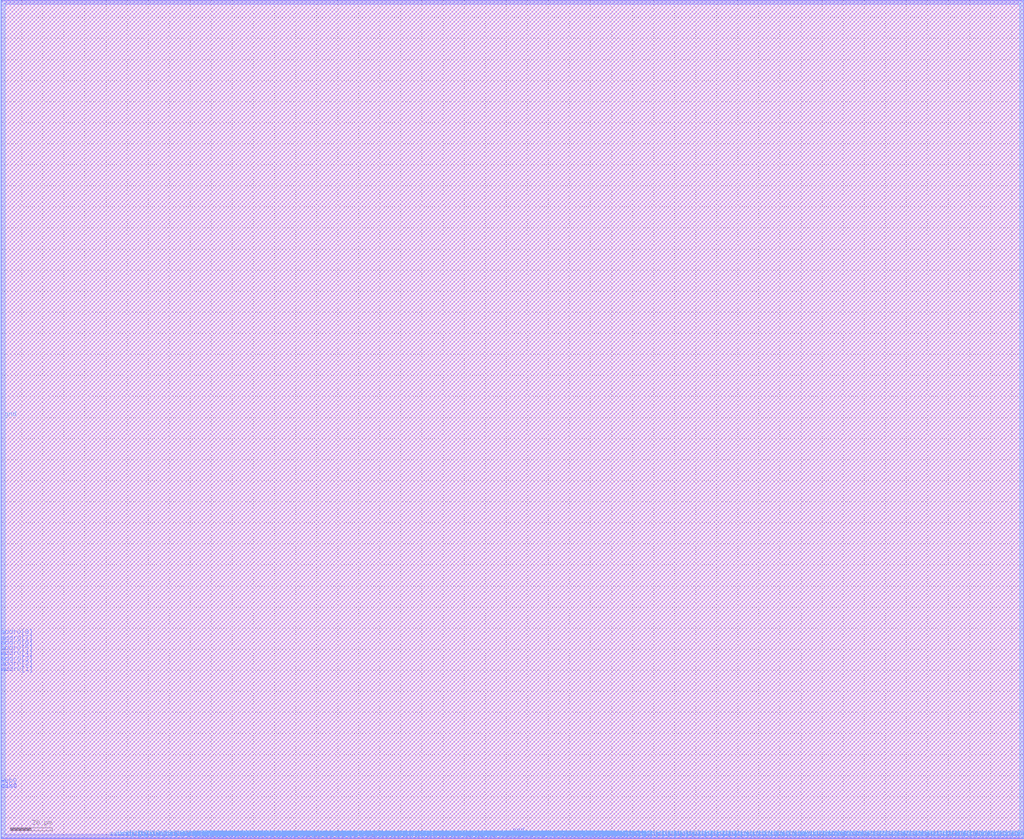
<source format=lef>
VERSION 5.4 ;
NAMESCASESENSITIVE ON ;
BUSBITCHARS "[]" ;
DIVIDERCHAR "/" ;
UNITS
  DATABASE MICRONS 2000 ;
END UNITS
MACRO sram_150b_512_1rw_freepdk45
   CLASS BLOCK ;
   SIZE 485.975 BY 398.375 ;
   SYMMETRY X Y R90 ;
   PIN din0[0]
      DIRECTION INPUT ;
      PORT
         LAYER metal4 ;
         RECT  54.1075 0.0 54.2475 0.14 ;
      END
   END din0[0]
   PIN din0[1]
      DIRECTION INPUT ;
      PORT
         LAYER metal4 ;
         RECT  56.9675 0.0 57.1075 0.14 ;
      END
   END din0[1]
   PIN din0[2]
      DIRECTION INPUT ;
      PORT
         LAYER metal4 ;
         RECT  59.8275 0.0 59.9675 0.14 ;
      END
   END din0[2]
   PIN din0[3]
      DIRECTION INPUT ;
      PORT
         LAYER metal4 ;
         RECT  62.6875 0.0 62.8275 0.14 ;
      END
   END din0[3]
   PIN din0[4]
      DIRECTION INPUT ;
      PORT
         LAYER metal4 ;
         RECT  65.5475 0.0 65.6875 0.14 ;
      END
   END din0[4]
   PIN din0[5]
      DIRECTION INPUT ;
      PORT
         LAYER metal4 ;
         RECT  68.4075 0.0 68.5475 0.14 ;
      END
   END din0[5]
   PIN din0[6]
      DIRECTION INPUT ;
      PORT
         LAYER metal4 ;
         RECT  71.2675 0.0 71.4075 0.14 ;
      END
   END din0[6]
   PIN din0[7]
      DIRECTION INPUT ;
      PORT
         LAYER metal4 ;
         RECT  74.1275 0.0 74.2675 0.14 ;
      END
   END din0[7]
   PIN din0[8]
      DIRECTION INPUT ;
      PORT
         LAYER metal4 ;
         RECT  76.9875 0.0 77.1275 0.14 ;
      END
   END din0[8]
   PIN din0[9]
      DIRECTION INPUT ;
      PORT
         LAYER metal4 ;
         RECT  79.8475 0.0 79.9875 0.14 ;
      END
   END din0[9]
   PIN din0[10]
      DIRECTION INPUT ;
      PORT
         LAYER metal4 ;
         RECT  82.7075 0.0 82.8475 0.14 ;
      END
   END din0[10]
   PIN din0[11]
      DIRECTION INPUT ;
      PORT
         LAYER metal4 ;
         RECT  85.5675 0.0 85.7075 0.14 ;
      END
   END din0[11]
   PIN din0[12]
      DIRECTION INPUT ;
      PORT
         LAYER metal4 ;
         RECT  88.4275 0.0 88.5675 0.14 ;
      END
   END din0[12]
   PIN din0[13]
      DIRECTION INPUT ;
      PORT
         LAYER metal4 ;
         RECT  91.2875 0.0 91.4275 0.14 ;
      END
   END din0[13]
   PIN din0[14]
      DIRECTION INPUT ;
      PORT
         LAYER metal4 ;
         RECT  94.1475 0.0 94.2875 0.14 ;
      END
   END din0[14]
   PIN din0[15]
      DIRECTION INPUT ;
      PORT
         LAYER metal4 ;
         RECT  97.0075 0.0 97.1475 0.14 ;
      END
   END din0[15]
   PIN din0[16]
      DIRECTION INPUT ;
      PORT
         LAYER metal4 ;
         RECT  99.8675 0.0 100.0075 0.14 ;
      END
   END din0[16]
   PIN din0[17]
      DIRECTION INPUT ;
      PORT
         LAYER metal4 ;
         RECT  102.7275 0.0 102.8675 0.14 ;
      END
   END din0[17]
   PIN din0[18]
      DIRECTION INPUT ;
      PORT
         LAYER metal4 ;
         RECT  105.5875 0.0 105.7275 0.14 ;
      END
   END din0[18]
   PIN din0[19]
      DIRECTION INPUT ;
      PORT
         LAYER metal4 ;
         RECT  108.4475 0.0 108.5875 0.14 ;
      END
   END din0[19]
   PIN din0[20]
      DIRECTION INPUT ;
      PORT
         LAYER metal4 ;
         RECT  111.3075 0.0 111.4475 0.14 ;
      END
   END din0[20]
   PIN din0[21]
      DIRECTION INPUT ;
      PORT
         LAYER metal4 ;
         RECT  114.1675 0.0 114.3075 0.14 ;
      END
   END din0[21]
   PIN din0[22]
      DIRECTION INPUT ;
      PORT
         LAYER metal4 ;
         RECT  117.0275 0.0 117.1675 0.14 ;
      END
   END din0[22]
   PIN din0[23]
      DIRECTION INPUT ;
      PORT
         LAYER metal4 ;
         RECT  119.8875 0.0 120.0275 0.14 ;
      END
   END din0[23]
   PIN din0[24]
      DIRECTION INPUT ;
      PORT
         LAYER metal4 ;
         RECT  122.7475 0.0 122.8875 0.14 ;
      END
   END din0[24]
   PIN din0[25]
      DIRECTION INPUT ;
      PORT
         LAYER metal4 ;
         RECT  125.6075 0.0 125.7475 0.14 ;
      END
   END din0[25]
   PIN din0[26]
      DIRECTION INPUT ;
      PORT
         LAYER metal4 ;
         RECT  128.4675 0.0 128.6075 0.14 ;
      END
   END din0[26]
   PIN din0[27]
      DIRECTION INPUT ;
      PORT
         LAYER metal4 ;
         RECT  131.3275 0.0 131.4675 0.14 ;
      END
   END din0[27]
   PIN din0[28]
      DIRECTION INPUT ;
      PORT
         LAYER metal4 ;
         RECT  134.1875 0.0 134.3275 0.14 ;
      END
   END din0[28]
   PIN din0[29]
      DIRECTION INPUT ;
      PORT
         LAYER metal4 ;
         RECT  137.0475 0.0 137.1875 0.14 ;
      END
   END din0[29]
   PIN din0[30]
      DIRECTION INPUT ;
      PORT
         LAYER metal4 ;
         RECT  139.9075 0.0 140.0475 0.14 ;
      END
   END din0[30]
   PIN din0[31]
      DIRECTION INPUT ;
      PORT
         LAYER metal4 ;
         RECT  142.7675 0.0 142.9075 0.14 ;
      END
   END din0[31]
   PIN din0[32]
      DIRECTION INPUT ;
      PORT
         LAYER metal4 ;
         RECT  145.6275 0.0 145.7675 0.14 ;
      END
   END din0[32]
   PIN din0[33]
      DIRECTION INPUT ;
      PORT
         LAYER metal4 ;
         RECT  148.4875 0.0 148.6275 0.14 ;
      END
   END din0[33]
   PIN din0[34]
      DIRECTION INPUT ;
      PORT
         LAYER metal4 ;
         RECT  151.3475 0.0 151.4875 0.14 ;
      END
   END din0[34]
   PIN din0[35]
      DIRECTION INPUT ;
      PORT
         LAYER metal4 ;
         RECT  154.2075 0.0 154.3475 0.14 ;
      END
   END din0[35]
   PIN din0[36]
      DIRECTION INPUT ;
      PORT
         LAYER metal4 ;
         RECT  157.0675 0.0 157.2075 0.14 ;
      END
   END din0[36]
   PIN din0[37]
      DIRECTION INPUT ;
      PORT
         LAYER metal4 ;
         RECT  159.9275 0.0 160.0675 0.14 ;
      END
   END din0[37]
   PIN din0[38]
      DIRECTION INPUT ;
      PORT
         LAYER metal4 ;
         RECT  162.7875 0.0 162.9275 0.14 ;
      END
   END din0[38]
   PIN din0[39]
      DIRECTION INPUT ;
      PORT
         LAYER metal4 ;
         RECT  165.6475 0.0 165.7875 0.14 ;
      END
   END din0[39]
   PIN din0[40]
      DIRECTION INPUT ;
      PORT
         LAYER metal4 ;
         RECT  168.5075 0.0 168.6475 0.14 ;
      END
   END din0[40]
   PIN din0[41]
      DIRECTION INPUT ;
      PORT
         LAYER metal4 ;
         RECT  171.3675 0.0 171.5075 0.14 ;
      END
   END din0[41]
   PIN din0[42]
      DIRECTION INPUT ;
      PORT
         LAYER metal4 ;
         RECT  174.2275 0.0 174.3675 0.14 ;
      END
   END din0[42]
   PIN din0[43]
      DIRECTION INPUT ;
      PORT
         LAYER metal4 ;
         RECT  177.0875 0.0 177.2275 0.14 ;
      END
   END din0[43]
   PIN din0[44]
      DIRECTION INPUT ;
      PORT
         LAYER metal4 ;
         RECT  179.9475 0.0 180.0875 0.14 ;
      END
   END din0[44]
   PIN din0[45]
      DIRECTION INPUT ;
      PORT
         LAYER metal4 ;
         RECT  182.8075 0.0 182.9475 0.14 ;
      END
   END din0[45]
   PIN din0[46]
      DIRECTION INPUT ;
      PORT
         LAYER metal4 ;
         RECT  185.6675 0.0 185.8075 0.14 ;
      END
   END din0[46]
   PIN din0[47]
      DIRECTION INPUT ;
      PORT
         LAYER metal4 ;
         RECT  188.5275 0.0 188.6675 0.14 ;
      END
   END din0[47]
   PIN din0[48]
      DIRECTION INPUT ;
      PORT
         LAYER metal4 ;
         RECT  191.3875 0.0 191.5275 0.14 ;
      END
   END din0[48]
   PIN din0[49]
      DIRECTION INPUT ;
      PORT
         LAYER metal4 ;
         RECT  194.2475 0.0 194.3875 0.14 ;
      END
   END din0[49]
   PIN din0[50]
      DIRECTION INPUT ;
      PORT
         LAYER metal4 ;
         RECT  197.1075 0.0 197.2475 0.14 ;
      END
   END din0[50]
   PIN din0[51]
      DIRECTION INPUT ;
      PORT
         LAYER metal4 ;
         RECT  199.9675 0.0 200.1075 0.14 ;
      END
   END din0[51]
   PIN din0[52]
      DIRECTION INPUT ;
      PORT
         LAYER metal4 ;
         RECT  202.8275 0.0 202.9675 0.14 ;
      END
   END din0[52]
   PIN din0[53]
      DIRECTION INPUT ;
      PORT
         LAYER metal4 ;
         RECT  205.6875 0.0 205.8275 0.14 ;
      END
   END din0[53]
   PIN din0[54]
      DIRECTION INPUT ;
      PORT
         LAYER metal4 ;
         RECT  208.5475 0.0 208.6875 0.14 ;
      END
   END din0[54]
   PIN din0[55]
      DIRECTION INPUT ;
      PORT
         LAYER metal4 ;
         RECT  211.4075 0.0 211.5475 0.14 ;
      END
   END din0[55]
   PIN din0[56]
      DIRECTION INPUT ;
      PORT
         LAYER metal4 ;
         RECT  214.2675 0.0 214.4075 0.14 ;
      END
   END din0[56]
   PIN din0[57]
      DIRECTION INPUT ;
      PORT
         LAYER metal4 ;
         RECT  217.1275 0.0 217.2675 0.14 ;
      END
   END din0[57]
   PIN din0[58]
      DIRECTION INPUT ;
      PORT
         LAYER metal4 ;
         RECT  219.9875 0.0 220.1275 0.14 ;
      END
   END din0[58]
   PIN din0[59]
      DIRECTION INPUT ;
      PORT
         LAYER metal4 ;
         RECT  222.8475 0.0 222.9875 0.14 ;
      END
   END din0[59]
   PIN din0[60]
      DIRECTION INPUT ;
      PORT
         LAYER metal4 ;
         RECT  225.7075 0.0 225.8475 0.14 ;
      END
   END din0[60]
   PIN din0[61]
      DIRECTION INPUT ;
      PORT
         LAYER metal4 ;
         RECT  228.5675 0.0 228.7075 0.14 ;
      END
   END din0[61]
   PIN din0[62]
      DIRECTION INPUT ;
      PORT
         LAYER metal4 ;
         RECT  231.4275 0.0 231.5675 0.14 ;
      END
   END din0[62]
   PIN din0[63]
      DIRECTION INPUT ;
      PORT
         LAYER metal4 ;
         RECT  234.2875 0.0 234.4275 0.14 ;
      END
   END din0[63]
   PIN din0[64]
      DIRECTION INPUT ;
      PORT
         LAYER metal4 ;
         RECT  237.1475 0.0 237.2875 0.14 ;
      END
   END din0[64]
   PIN din0[65]
      DIRECTION INPUT ;
      PORT
         LAYER metal4 ;
         RECT  240.0075 0.0 240.1475 0.14 ;
      END
   END din0[65]
   PIN din0[66]
      DIRECTION INPUT ;
      PORT
         LAYER metal4 ;
         RECT  242.8675 0.0 243.0075 0.14 ;
      END
   END din0[66]
   PIN din0[67]
      DIRECTION INPUT ;
      PORT
         LAYER metal4 ;
         RECT  245.7275 0.0 245.8675 0.14 ;
      END
   END din0[67]
   PIN din0[68]
      DIRECTION INPUT ;
      PORT
         LAYER metal4 ;
         RECT  248.5875 0.0 248.7275 0.14 ;
      END
   END din0[68]
   PIN din0[69]
      DIRECTION INPUT ;
      PORT
         LAYER metal4 ;
         RECT  251.4475 0.0 251.5875 0.14 ;
      END
   END din0[69]
   PIN din0[70]
      DIRECTION INPUT ;
      PORT
         LAYER metal4 ;
         RECT  254.3075 0.0 254.4475 0.14 ;
      END
   END din0[70]
   PIN din0[71]
      DIRECTION INPUT ;
      PORT
         LAYER metal4 ;
         RECT  257.1675 0.0 257.3075 0.14 ;
      END
   END din0[71]
   PIN din0[72]
      DIRECTION INPUT ;
      PORT
         LAYER metal4 ;
         RECT  260.0275 0.0 260.1675 0.14 ;
      END
   END din0[72]
   PIN din0[73]
      DIRECTION INPUT ;
      PORT
         LAYER metal4 ;
         RECT  262.8875 0.0 263.0275 0.14 ;
      END
   END din0[73]
   PIN din0[74]
      DIRECTION INPUT ;
      PORT
         LAYER metal4 ;
         RECT  265.7475 0.0 265.8875 0.14 ;
      END
   END din0[74]
   PIN din0[75]
      DIRECTION INPUT ;
      PORT
         LAYER metal4 ;
         RECT  268.6075 0.0 268.7475 0.14 ;
      END
   END din0[75]
   PIN din0[76]
      DIRECTION INPUT ;
      PORT
         LAYER metal4 ;
         RECT  271.4675 0.0 271.6075 0.14 ;
      END
   END din0[76]
   PIN din0[77]
      DIRECTION INPUT ;
      PORT
         LAYER metal4 ;
         RECT  274.3275 0.0 274.4675 0.14 ;
      END
   END din0[77]
   PIN din0[78]
      DIRECTION INPUT ;
      PORT
         LAYER metal4 ;
         RECT  277.1875 0.0 277.3275 0.14 ;
      END
   END din0[78]
   PIN din0[79]
      DIRECTION INPUT ;
      PORT
         LAYER metal4 ;
         RECT  280.0475 0.0 280.1875 0.14 ;
      END
   END din0[79]
   PIN din0[80]
      DIRECTION INPUT ;
      PORT
         LAYER metal4 ;
         RECT  282.9075 0.0 283.0475 0.14 ;
      END
   END din0[80]
   PIN din0[81]
      DIRECTION INPUT ;
      PORT
         LAYER metal4 ;
         RECT  285.7675 0.0 285.9075 0.14 ;
      END
   END din0[81]
   PIN din0[82]
      DIRECTION INPUT ;
      PORT
         LAYER metal4 ;
         RECT  288.6275 0.0 288.7675 0.14 ;
      END
   END din0[82]
   PIN din0[83]
      DIRECTION INPUT ;
      PORT
         LAYER metal4 ;
         RECT  291.4875 0.0 291.6275 0.14 ;
      END
   END din0[83]
   PIN din0[84]
      DIRECTION INPUT ;
      PORT
         LAYER metal4 ;
         RECT  294.3475 0.0 294.4875 0.14 ;
      END
   END din0[84]
   PIN din0[85]
      DIRECTION INPUT ;
      PORT
         LAYER metal4 ;
         RECT  297.2075 0.0 297.3475 0.14 ;
      END
   END din0[85]
   PIN din0[86]
      DIRECTION INPUT ;
      PORT
         LAYER metal4 ;
         RECT  300.0675 0.0 300.2075 0.14 ;
      END
   END din0[86]
   PIN din0[87]
      DIRECTION INPUT ;
      PORT
         LAYER metal4 ;
         RECT  302.9275 0.0 303.0675 0.14 ;
      END
   END din0[87]
   PIN din0[88]
      DIRECTION INPUT ;
      PORT
         LAYER metal4 ;
         RECT  305.7875 0.0 305.9275 0.14 ;
      END
   END din0[88]
   PIN din0[89]
      DIRECTION INPUT ;
      PORT
         LAYER metal4 ;
         RECT  308.6475 0.0 308.7875 0.14 ;
      END
   END din0[89]
   PIN din0[90]
      DIRECTION INPUT ;
      PORT
         LAYER metal4 ;
         RECT  311.5075 0.0 311.6475 0.14 ;
      END
   END din0[90]
   PIN din0[91]
      DIRECTION INPUT ;
      PORT
         LAYER metal4 ;
         RECT  314.3675 0.0 314.5075 0.14 ;
      END
   END din0[91]
   PIN din0[92]
      DIRECTION INPUT ;
      PORT
         LAYER metal4 ;
         RECT  317.2275 0.0 317.3675 0.14 ;
      END
   END din0[92]
   PIN din0[93]
      DIRECTION INPUT ;
      PORT
         LAYER metal4 ;
         RECT  320.0875 0.0 320.2275 0.14 ;
      END
   END din0[93]
   PIN din0[94]
      DIRECTION INPUT ;
      PORT
         LAYER metal4 ;
         RECT  322.9475 0.0 323.0875 0.14 ;
      END
   END din0[94]
   PIN din0[95]
      DIRECTION INPUT ;
      PORT
         LAYER metal4 ;
         RECT  325.8075 0.0 325.9475 0.14 ;
      END
   END din0[95]
   PIN din0[96]
      DIRECTION INPUT ;
      PORT
         LAYER metal4 ;
         RECT  328.6675 0.0 328.8075 0.14 ;
      END
   END din0[96]
   PIN din0[97]
      DIRECTION INPUT ;
      PORT
         LAYER metal4 ;
         RECT  331.5275 0.0 331.6675 0.14 ;
      END
   END din0[97]
   PIN din0[98]
      DIRECTION INPUT ;
      PORT
         LAYER metal4 ;
         RECT  334.3875 0.0 334.5275 0.14 ;
      END
   END din0[98]
   PIN din0[99]
      DIRECTION INPUT ;
      PORT
         LAYER metal4 ;
         RECT  337.2475 0.0 337.3875 0.14 ;
      END
   END din0[99]
   PIN din0[100]
      DIRECTION INPUT ;
      PORT
         LAYER metal4 ;
         RECT  340.1075 0.0 340.2475 0.14 ;
      END
   END din0[100]
   PIN din0[101]
      DIRECTION INPUT ;
      PORT
         LAYER metal4 ;
         RECT  342.9675 0.0 343.1075 0.14 ;
      END
   END din0[101]
   PIN din0[102]
      DIRECTION INPUT ;
      PORT
         LAYER metal4 ;
         RECT  345.8275 0.0 345.9675 0.14 ;
      END
   END din0[102]
   PIN din0[103]
      DIRECTION INPUT ;
      PORT
         LAYER metal4 ;
         RECT  348.6875 0.0 348.8275 0.14 ;
      END
   END din0[103]
   PIN din0[104]
      DIRECTION INPUT ;
      PORT
         LAYER metal4 ;
         RECT  351.5475 0.0 351.6875 0.14 ;
      END
   END din0[104]
   PIN din0[105]
      DIRECTION INPUT ;
      PORT
         LAYER metal4 ;
         RECT  354.4075 0.0 354.5475 0.14 ;
      END
   END din0[105]
   PIN din0[106]
      DIRECTION INPUT ;
      PORT
         LAYER metal4 ;
         RECT  357.2675 0.0 357.4075 0.14 ;
      END
   END din0[106]
   PIN din0[107]
      DIRECTION INPUT ;
      PORT
         LAYER metal4 ;
         RECT  360.1275 0.0 360.2675 0.14 ;
      END
   END din0[107]
   PIN din0[108]
      DIRECTION INPUT ;
      PORT
         LAYER metal4 ;
         RECT  362.9875 0.0 363.1275 0.14 ;
      END
   END din0[108]
   PIN din0[109]
      DIRECTION INPUT ;
      PORT
         LAYER metal4 ;
         RECT  365.8475 0.0 365.9875 0.14 ;
      END
   END din0[109]
   PIN din0[110]
      DIRECTION INPUT ;
      PORT
         LAYER metal4 ;
         RECT  368.7075 0.0 368.8475 0.14 ;
      END
   END din0[110]
   PIN din0[111]
      DIRECTION INPUT ;
      PORT
         LAYER metal4 ;
         RECT  371.5675 0.0 371.7075 0.14 ;
      END
   END din0[111]
   PIN din0[112]
      DIRECTION INPUT ;
      PORT
         LAYER metal4 ;
         RECT  374.4275 0.0 374.5675 0.14 ;
      END
   END din0[112]
   PIN din0[113]
      DIRECTION INPUT ;
      PORT
         LAYER metal4 ;
         RECT  377.2875 0.0 377.4275 0.14 ;
      END
   END din0[113]
   PIN din0[114]
      DIRECTION INPUT ;
      PORT
         LAYER metal4 ;
         RECT  380.1475 0.0 380.2875 0.14 ;
      END
   END din0[114]
   PIN din0[115]
      DIRECTION INPUT ;
      PORT
         LAYER metal4 ;
         RECT  383.0075 0.0 383.1475 0.14 ;
      END
   END din0[115]
   PIN din0[116]
      DIRECTION INPUT ;
      PORT
         LAYER metal4 ;
         RECT  385.8675 0.0 386.0075 0.14 ;
      END
   END din0[116]
   PIN din0[117]
      DIRECTION INPUT ;
      PORT
         LAYER metal4 ;
         RECT  388.7275 0.0 388.8675 0.14 ;
      END
   END din0[117]
   PIN din0[118]
      DIRECTION INPUT ;
      PORT
         LAYER metal4 ;
         RECT  391.5875 0.0 391.7275 0.14 ;
      END
   END din0[118]
   PIN din0[119]
      DIRECTION INPUT ;
      PORT
         LAYER metal4 ;
         RECT  394.4475 0.0 394.5875 0.14 ;
      END
   END din0[119]
   PIN din0[120]
      DIRECTION INPUT ;
      PORT
         LAYER metal4 ;
         RECT  397.3075 0.0 397.4475 0.14 ;
      END
   END din0[120]
   PIN din0[121]
      DIRECTION INPUT ;
      PORT
         LAYER metal4 ;
         RECT  400.1675 0.0 400.3075 0.14 ;
      END
   END din0[121]
   PIN din0[122]
      DIRECTION INPUT ;
      PORT
         LAYER metal4 ;
         RECT  403.0275 0.0 403.1675 0.14 ;
      END
   END din0[122]
   PIN din0[123]
      DIRECTION INPUT ;
      PORT
         LAYER metal4 ;
         RECT  405.8875 0.0 406.0275 0.14 ;
      END
   END din0[123]
   PIN din0[124]
      DIRECTION INPUT ;
      PORT
         LAYER metal4 ;
         RECT  408.7475 0.0 408.8875 0.14 ;
      END
   END din0[124]
   PIN din0[125]
      DIRECTION INPUT ;
      PORT
         LAYER metal4 ;
         RECT  411.6075 0.0 411.7475 0.14 ;
      END
   END din0[125]
   PIN din0[126]
      DIRECTION INPUT ;
      PORT
         LAYER metal4 ;
         RECT  414.4675 0.0 414.6075 0.14 ;
      END
   END din0[126]
   PIN din0[127]
      DIRECTION INPUT ;
      PORT
         LAYER metal4 ;
         RECT  417.3275 0.0 417.4675 0.14 ;
      END
   END din0[127]
   PIN din0[128]
      DIRECTION INPUT ;
      PORT
         LAYER metal4 ;
         RECT  420.1875 0.0 420.3275 0.14 ;
      END
   END din0[128]
   PIN din0[129]
      DIRECTION INPUT ;
      PORT
         LAYER metal4 ;
         RECT  423.0475 0.0 423.1875 0.14 ;
      END
   END din0[129]
   PIN din0[130]
      DIRECTION INPUT ;
      PORT
         LAYER metal4 ;
         RECT  425.9075 0.0 426.0475 0.14 ;
      END
   END din0[130]
   PIN din0[131]
      DIRECTION INPUT ;
      PORT
         LAYER metal4 ;
         RECT  428.7675 0.0 428.9075 0.14 ;
      END
   END din0[131]
   PIN din0[132]
      DIRECTION INPUT ;
      PORT
         LAYER metal4 ;
         RECT  431.6275 0.0 431.7675 0.14 ;
      END
   END din0[132]
   PIN din0[133]
      DIRECTION INPUT ;
      PORT
         LAYER metal4 ;
         RECT  434.4875 0.0 434.6275 0.14 ;
      END
   END din0[133]
   PIN din0[134]
      DIRECTION INPUT ;
      PORT
         LAYER metal4 ;
         RECT  437.3475 0.0 437.4875 0.14 ;
      END
   END din0[134]
   PIN din0[135]
      DIRECTION INPUT ;
      PORT
         LAYER metal4 ;
         RECT  440.2075 0.0 440.3475 0.14 ;
      END
   END din0[135]
   PIN din0[136]
      DIRECTION INPUT ;
      PORT
         LAYER metal4 ;
         RECT  443.0675 0.0 443.2075 0.14 ;
      END
   END din0[136]
   PIN din0[137]
      DIRECTION INPUT ;
      PORT
         LAYER metal4 ;
         RECT  445.9275 0.0 446.0675 0.14 ;
      END
   END din0[137]
   PIN din0[138]
      DIRECTION INPUT ;
      PORT
         LAYER metal4 ;
         RECT  448.7875 0.0 448.9275 0.14 ;
      END
   END din0[138]
   PIN din0[139]
      DIRECTION INPUT ;
      PORT
         LAYER metal4 ;
         RECT  451.6475 0.0 451.7875 0.14 ;
      END
   END din0[139]
   PIN din0[140]
      DIRECTION INPUT ;
      PORT
         LAYER metal4 ;
         RECT  454.5075 0.0 454.6475 0.14 ;
      END
   END din0[140]
   PIN din0[141]
      DIRECTION INPUT ;
      PORT
         LAYER metal4 ;
         RECT  457.3675 0.0 457.5075 0.14 ;
      END
   END din0[141]
   PIN din0[142]
      DIRECTION INPUT ;
      PORT
         LAYER metal4 ;
         RECT  460.2275 0.0 460.3675 0.14 ;
      END
   END din0[142]
   PIN din0[143]
      DIRECTION INPUT ;
      PORT
         LAYER metal4 ;
         RECT  463.0875 0.0 463.2275 0.14 ;
      END
   END din0[143]
   PIN din0[144]
      DIRECTION INPUT ;
      PORT
         LAYER metal4 ;
         RECT  465.9475 0.0 466.0875 0.14 ;
      END
   END din0[144]
   PIN din0[145]
      DIRECTION INPUT ;
      PORT
         LAYER metal4 ;
         RECT  468.8075 0.0 468.9475 0.14 ;
      END
   END din0[145]
   PIN din0[146]
      DIRECTION INPUT ;
      PORT
         LAYER metal4 ;
         RECT  471.6675 0.0 471.8075 0.14 ;
      END
   END din0[146]
   PIN din0[147]
      DIRECTION INPUT ;
      PORT
         LAYER metal4 ;
         RECT  474.5275 0.0 474.6675 0.14 ;
      END
   END din0[147]
   PIN din0[148]
      DIRECTION INPUT ;
      PORT
         LAYER metal4 ;
         RECT  477.3875 0.0 477.5275 0.14 ;
      END
   END din0[148]
   PIN din0[149]
      DIRECTION INPUT ;
      PORT
         LAYER metal4 ;
         RECT  480.2475 0.0 480.3875 0.14 ;
      END
   END din0[149]
   PIN addr0[0]
      DIRECTION INPUT ;
      PORT
         LAYER metal4 ;
         RECT  51.2475 0.0 51.3875 0.14 ;
      END
   END addr0[0]
   PIN addr0[1]
      DIRECTION INPUT ;
      PORT
         LAYER metal3 ;
         RECT  0.0 78.02 0.14 78.16 ;
      END
   END addr0[1]
   PIN addr0[2]
      DIRECTION INPUT ;
      PORT
         LAYER metal3 ;
         RECT  0.0 80.75 0.14 80.89 ;
      END
   END addr0[2]
   PIN addr0[3]
      DIRECTION INPUT ;
      PORT
         LAYER metal3 ;
         RECT  0.0 82.96 0.14 83.1 ;
      END
   END addr0[3]
   PIN addr0[4]
      DIRECTION INPUT ;
      PORT
         LAYER metal3 ;
         RECT  0.0 85.69 0.14 85.83 ;
      END
   END addr0[4]
   PIN addr0[5]
      DIRECTION INPUT ;
      PORT
         LAYER metal3 ;
         RECT  0.0 87.9 0.14 88.04 ;
      END
   END addr0[5]
   PIN addr0[6]
      DIRECTION INPUT ;
      PORT
         LAYER metal3 ;
         RECT  0.0 90.63 0.14 90.77 ;
      END
   END addr0[6]
   PIN addr0[7]
      DIRECTION INPUT ;
      PORT
         LAYER metal3 ;
         RECT  0.0 92.84 0.14 92.98 ;
      END
   END addr0[7]
   PIN addr0[8]
      DIRECTION INPUT ;
      PORT
         LAYER metal3 ;
         RECT  0.0 95.57 0.14 95.71 ;
      END
   END addr0[8]
   PIN csb0
      DIRECTION INPUT ;
      PORT
         LAYER metal3 ;
         RECT  0.0 22.38 0.14 22.52 ;
      END
   END csb0
   PIN web0
      DIRECTION INPUT ;
      PORT
         LAYER metal3 ;
         RECT  0.0 25.11 0.14 25.25 ;
      END
   END web0
   PIN clk0
      DIRECTION INPUT ;
      PORT
         LAYER metal3 ;
         RECT  0.0 22.615 0.14 22.755 ;
      END
   END clk0
   PIN dout0[0]
      DIRECTION OUTPUT ;
      PORT
         LAYER metal4 ;
         RECT  79.09 0.0 79.23 0.14 ;
      END
   END dout0[0]
   PIN dout0[1]
      DIRECTION OUTPUT ;
      PORT
         LAYER metal4 ;
         RECT  80.8575 0.0 80.9975 0.14 ;
      END
   END dout0[1]
   PIN dout0[2]
      DIRECTION OUTPUT ;
      PORT
         LAYER metal4 ;
         RECT  81.95 0.0 82.09 0.14 ;
      END
   END dout0[2]
   PIN dout0[3]
      DIRECTION OUTPUT ;
      PORT
         LAYER metal4 ;
         RECT  83.6775 0.0 83.8175 0.14 ;
      END
   END dout0[3]
   PIN dout0[4]
      DIRECTION OUTPUT ;
      PORT
         LAYER metal4 ;
         RECT  84.81 0.0 84.95 0.14 ;
      END
   END dout0[4]
   PIN dout0[5]
      DIRECTION OUTPUT ;
      PORT
         LAYER metal4 ;
         RECT  86.4975 0.0 86.6375 0.14 ;
      END
   END dout0[5]
   PIN dout0[6]
      DIRECTION OUTPUT ;
      PORT
         LAYER metal4 ;
         RECT  87.67 0.0 87.81 0.14 ;
      END
   END dout0[6]
   PIN dout0[7]
      DIRECTION OUTPUT ;
      PORT
         LAYER metal4 ;
         RECT  89.3175 0.0 89.4575 0.14 ;
      END
   END dout0[7]
   PIN dout0[8]
      DIRECTION OUTPUT ;
      PORT
         LAYER metal4 ;
         RECT  90.4925 0.0 90.6325 0.14 ;
      END
   END dout0[8]
   PIN dout0[9]
      DIRECTION OUTPUT ;
      PORT
         LAYER metal4 ;
         RECT  92.1375 0.0 92.2775 0.14 ;
      END
   END dout0[9]
   PIN dout0[10]
      DIRECTION OUTPUT ;
      PORT
         LAYER metal4 ;
         RECT  93.3125 0.0 93.4525 0.14 ;
      END
   END dout0[10]
   PIN dout0[11]
      DIRECTION OUTPUT ;
      PORT
         LAYER metal4 ;
         RECT  94.9575 0.0 95.0975 0.14 ;
      END
   END dout0[11]
   PIN dout0[12]
      DIRECTION OUTPUT ;
      PORT
         LAYER metal4 ;
         RECT  96.25 0.0 96.39 0.14 ;
      END
   END dout0[12]
   PIN dout0[13]
      DIRECTION OUTPUT ;
      PORT
         LAYER metal4 ;
         RECT  97.7775 0.0 97.9175 0.14 ;
      END
   END dout0[13]
   PIN dout0[14]
      DIRECTION OUTPUT ;
      PORT
         LAYER metal4 ;
         RECT  99.11 0.0 99.25 0.14 ;
      END
   END dout0[14]
   PIN dout0[15]
      DIRECTION OUTPUT ;
      PORT
         LAYER metal4 ;
         RECT  100.5975 0.0 100.7375 0.14 ;
      END
   END dout0[15]
   PIN dout0[16]
      DIRECTION OUTPUT ;
      PORT
         LAYER metal4 ;
         RECT  101.97 0.0 102.11 0.14 ;
      END
   END dout0[16]
   PIN dout0[17]
      DIRECTION OUTPUT ;
      PORT
         LAYER metal4 ;
         RECT  103.4175 0.0 103.5575 0.14 ;
      END
   END dout0[17]
   PIN dout0[18]
      DIRECTION OUTPUT ;
      PORT
         LAYER metal4 ;
         RECT  104.8275 0.0 104.9675 0.14 ;
      END
   END dout0[18]
   PIN dout0[19]
      DIRECTION OUTPUT ;
      PORT
         LAYER metal4 ;
         RECT  106.2375 0.0 106.3775 0.14 ;
      END
   END dout0[19]
   PIN dout0[20]
      DIRECTION OUTPUT ;
      PORT
         LAYER metal4 ;
         RECT  107.6475 0.0 107.7875 0.14 ;
      END
   END dout0[20]
   PIN dout0[21]
      DIRECTION OUTPUT ;
      PORT
         LAYER metal4 ;
         RECT  109.0575 0.0 109.1975 0.14 ;
      END
   END dout0[21]
   PIN dout0[22]
      DIRECTION OUTPUT ;
      PORT
         LAYER metal4 ;
         RECT  110.4675 0.0 110.6075 0.14 ;
      END
   END dout0[22]
   PIN dout0[23]
      DIRECTION OUTPUT ;
      PORT
         LAYER metal4 ;
         RECT  111.8775 0.0 112.0175 0.14 ;
      END
   END dout0[23]
   PIN dout0[24]
      DIRECTION OUTPUT ;
      PORT
         LAYER metal4 ;
         RECT  113.2875 0.0 113.4275 0.14 ;
      END
   END dout0[24]
   PIN dout0[25]
      DIRECTION OUTPUT ;
      PORT
         LAYER metal4 ;
         RECT  114.6975 0.0 114.8375 0.14 ;
      END
   END dout0[25]
   PIN dout0[26]
      DIRECTION OUTPUT ;
      PORT
         LAYER metal4 ;
         RECT  116.1075 0.0 116.2475 0.14 ;
      END
   END dout0[26]
   PIN dout0[27]
      DIRECTION OUTPUT ;
      PORT
         LAYER metal4 ;
         RECT  117.5175 0.0 117.6575 0.14 ;
      END
   END dout0[27]
   PIN dout0[28]
      DIRECTION OUTPUT ;
      PORT
         LAYER metal4 ;
         RECT  118.9275 0.0 119.0675 0.14 ;
      END
   END dout0[28]
   PIN dout0[29]
      DIRECTION OUTPUT ;
      PORT
         LAYER metal4 ;
         RECT  120.3375 0.0 120.4775 0.14 ;
      END
   END dout0[29]
   PIN dout0[30]
      DIRECTION OUTPUT ;
      PORT
         LAYER metal4 ;
         RECT  121.7475 0.0 121.8875 0.14 ;
      END
   END dout0[30]
   PIN dout0[31]
      DIRECTION OUTPUT ;
      PORT
         LAYER metal4 ;
         RECT  123.1575 0.0 123.2975 0.14 ;
      END
   END dout0[31]
   PIN dout0[32]
      DIRECTION OUTPUT ;
      PORT
         LAYER metal4 ;
         RECT  124.5675 0.0 124.7075 0.14 ;
      END
   END dout0[32]
   PIN dout0[33]
      DIRECTION OUTPUT ;
      PORT
         LAYER metal4 ;
         RECT  125.9775 0.0 126.1175 0.14 ;
      END
   END dout0[33]
   PIN dout0[34]
      DIRECTION OUTPUT ;
      PORT
         LAYER metal4 ;
         RECT  127.3875 0.0 127.5275 0.14 ;
      END
   END dout0[34]
   PIN dout0[35]
      DIRECTION OUTPUT ;
      PORT
         LAYER metal4 ;
         RECT  128.7975 0.0 128.9375 0.14 ;
      END
   END dout0[35]
   PIN dout0[36]
      DIRECTION OUTPUT ;
      PORT
         LAYER metal4 ;
         RECT  130.2075 0.0 130.3475 0.14 ;
      END
   END dout0[36]
   PIN dout0[37]
      DIRECTION OUTPUT ;
      PORT
         LAYER metal4 ;
         RECT  131.6175 0.0 131.7575 0.14 ;
      END
   END dout0[37]
   PIN dout0[38]
      DIRECTION OUTPUT ;
      PORT
         LAYER metal4 ;
         RECT  133.0275 0.0 133.1675 0.14 ;
      END
   END dout0[38]
   PIN dout0[39]
      DIRECTION OUTPUT ;
      PORT
         LAYER metal4 ;
         RECT  134.4725 0.0 134.6125 0.14 ;
      END
   END dout0[39]
   PIN dout0[40]
      DIRECTION OUTPUT ;
      PORT
         LAYER metal4 ;
         RECT  135.8475 0.0 135.9875 0.14 ;
      END
   END dout0[40]
   PIN dout0[41]
      DIRECTION OUTPUT ;
      PORT
         LAYER metal4 ;
         RECT  137.3325 0.0 137.4725 0.14 ;
      END
   END dout0[41]
   PIN dout0[42]
      DIRECTION OUTPUT ;
      PORT
         LAYER metal4 ;
         RECT  138.6675 0.0 138.8075 0.14 ;
      END
   END dout0[42]
   PIN dout0[43]
      DIRECTION OUTPUT ;
      PORT
         LAYER metal4 ;
         RECT  140.1925 0.0 140.3325 0.14 ;
      END
   END dout0[43]
   PIN dout0[44]
      DIRECTION OUTPUT ;
      PORT
         LAYER metal4 ;
         RECT  141.4875 0.0 141.6275 0.14 ;
      END
   END dout0[44]
   PIN dout0[45]
      DIRECTION OUTPUT ;
      PORT
         LAYER metal4 ;
         RECT  143.0525 0.0 143.1925 0.14 ;
      END
   END dout0[45]
   PIN dout0[46]
      DIRECTION OUTPUT ;
      PORT
         LAYER metal4 ;
         RECT  144.3075 0.0 144.4475 0.14 ;
      END
   END dout0[46]
   PIN dout0[47]
      DIRECTION OUTPUT ;
      PORT
         LAYER metal4 ;
         RECT  145.9125 0.0 146.0525 0.14 ;
      END
   END dout0[47]
   PIN dout0[48]
      DIRECTION OUTPUT ;
      PORT
         LAYER metal4 ;
         RECT  147.1275 0.0 147.2675 0.14 ;
      END
   END dout0[48]
   PIN dout0[49]
      DIRECTION OUTPUT ;
      PORT
         LAYER metal4 ;
         RECT  148.7725 0.0 148.9125 0.14 ;
      END
   END dout0[49]
   PIN dout0[50]
      DIRECTION OUTPUT ;
      PORT
         LAYER metal4 ;
         RECT  149.9475 0.0 150.0875 0.14 ;
      END
   END dout0[50]
   PIN dout0[51]
      DIRECTION OUTPUT ;
      PORT
         LAYER metal4 ;
         RECT  151.6325 0.0 151.7725 0.14 ;
      END
   END dout0[51]
   PIN dout0[52]
      DIRECTION OUTPUT ;
      PORT
         LAYER metal4 ;
         RECT  152.7675 0.0 152.9075 0.14 ;
      END
   END dout0[52]
   PIN dout0[53]
      DIRECTION OUTPUT ;
      PORT
         LAYER metal4 ;
         RECT  154.4925 0.0 154.6325 0.14 ;
      END
   END dout0[53]
   PIN dout0[54]
      DIRECTION OUTPUT ;
      PORT
         LAYER metal4 ;
         RECT  155.5875 0.0 155.7275 0.14 ;
      END
   END dout0[54]
   PIN dout0[55]
      DIRECTION OUTPUT ;
      PORT
         LAYER metal4 ;
         RECT  157.3525 0.0 157.4925 0.14 ;
      END
   END dout0[55]
   PIN dout0[56]
      DIRECTION OUTPUT ;
      PORT
         LAYER metal4 ;
         RECT  158.4075 0.0 158.5475 0.14 ;
      END
   END dout0[56]
   PIN dout0[57]
      DIRECTION OUTPUT ;
      PORT
         LAYER metal4 ;
         RECT  160.39 0.0 160.53 0.14 ;
      END
   END dout0[57]
   PIN dout0[58]
      DIRECTION OUTPUT ;
      PORT
         LAYER metal4 ;
         RECT  161.2275 0.0 161.3675 0.14 ;
      END
   END dout0[58]
   PIN dout0[59]
      DIRECTION OUTPUT ;
      PORT
         LAYER metal4 ;
         RECT  163.21 0.0 163.35 0.14 ;
      END
   END dout0[59]
   PIN dout0[60]
      DIRECTION OUTPUT ;
      PORT
         LAYER metal4 ;
         RECT  164.0475 0.0 164.1875 0.14 ;
      END
   END dout0[60]
   PIN dout0[61]
      DIRECTION OUTPUT ;
      PORT
         LAYER metal4 ;
         RECT  164.89 0.0 165.03 0.14 ;
      END
   END dout0[61]
   PIN dout0[62]
      DIRECTION OUTPUT ;
      PORT
         LAYER metal4 ;
         RECT  166.8675 0.0 167.0075 0.14 ;
      END
   END dout0[62]
   PIN dout0[63]
      DIRECTION OUTPUT ;
      PORT
         LAYER metal4 ;
         RECT  167.75 0.0 167.89 0.14 ;
      END
   END dout0[63]
   PIN dout0[64]
      DIRECTION OUTPUT ;
      PORT
         LAYER metal4 ;
         RECT  169.6875 0.0 169.8275 0.14 ;
      END
   END dout0[64]
   PIN dout0[65]
      DIRECTION OUTPUT ;
      PORT
         LAYER metal4 ;
         RECT  170.61 0.0 170.75 0.14 ;
      END
   END dout0[65]
   PIN dout0[66]
      DIRECTION OUTPUT ;
      PORT
         LAYER metal4 ;
         RECT  172.5075 0.0 172.6475 0.14 ;
      END
   END dout0[66]
   PIN dout0[67]
      DIRECTION OUTPUT ;
      PORT
         LAYER metal4 ;
         RECT  173.47 0.0 173.61 0.14 ;
      END
   END dout0[67]
   PIN dout0[68]
      DIRECTION OUTPUT ;
      PORT
         LAYER metal4 ;
         RECT  175.3275 0.0 175.4675 0.14 ;
      END
   END dout0[68]
   PIN dout0[69]
      DIRECTION OUTPUT ;
      PORT
         LAYER metal4 ;
         RECT  176.33 0.0 176.47 0.14 ;
      END
   END dout0[69]
   PIN dout0[70]
      DIRECTION OUTPUT ;
      PORT
         LAYER metal4 ;
         RECT  178.1475 0.0 178.2875 0.14 ;
      END
   END dout0[70]
   PIN dout0[71]
      DIRECTION OUTPUT ;
      PORT
         LAYER metal4 ;
         RECT  179.19 0.0 179.33 0.14 ;
      END
   END dout0[71]
   PIN dout0[72]
      DIRECTION OUTPUT ;
      PORT
         LAYER metal4 ;
         RECT  180.9675 0.0 181.1075 0.14 ;
      END
   END dout0[72]
   PIN dout0[73]
      DIRECTION OUTPUT ;
      PORT
         LAYER metal4 ;
         RECT  182.05 0.0 182.19 0.14 ;
      END
   END dout0[73]
   PIN dout0[74]
      DIRECTION OUTPUT ;
      PORT
         LAYER metal4 ;
         RECT  183.7875 0.0 183.9275 0.14 ;
      END
   END dout0[74]
   PIN dout0[75]
      DIRECTION OUTPUT ;
      PORT
         LAYER metal4 ;
         RECT  184.91 0.0 185.05 0.14 ;
      END
   END dout0[75]
   PIN dout0[76]
      DIRECTION OUTPUT ;
      PORT
         LAYER metal4 ;
         RECT  186.6075 0.0 186.7475 0.14 ;
      END
   END dout0[76]
   PIN dout0[77]
      DIRECTION OUTPUT ;
      PORT
         LAYER metal4 ;
         RECT  187.77 0.0 187.91 0.14 ;
      END
   END dout0[77]
   PIN dout0[78]
      DIRECTION OUTPUT ;
      PORT
         LAYER metal4 ;
         RECT  189.4275 0.0 189.5675 0.14 ;
      END
   END dout0[78]
   PIN dout0[79]
      DIRECTION OUTPUT ;
      PORT
         LAYER metal4 ;
         RECT  190.6025 0.0 190.7425 0.14 ;
      END
   END dout0[79]
   PIN dout0[80]
      DIRECTION OUTPUT ;
      PORT
         LAYER metal4 ;
         RECT  192.2475 0.0 192.3875 0.14 ;
      END
   END dout0[80]
   PIN dout0[81]
      DIRECTION OUTPUT ;
      PORT
         LAYER metal4 ;
         RECT  193.4225 0.0 193.5625 0.14 ;
      END
   END dout0[81]
   PIN dout0[82]
      DIRECTION OUTPUT ;
      PORT
         LAYER metal4 ;
         RECT  195.0675 0.0 195.2075 0.14 ;
      END
   END dout0[82]
   PIN dout0[83]
      DIRECTION OUTPUT ;
      PORT
         LAYER metal4 ;
         RECT  196.35 0.0 196.49 0.14 ;
      END
   END dout0[83]
   PIN dout0[84]
      DIRECTION OUTPUT ;
      PORT
         LAYER metal4 ;
         RECT  197.8875 0.0 198.0275 0.14 ;
      END
   END dout0[84]
   PIN dout0[85]
      DIRECTION OUTPUT ;
      PORT
         LAYER metal4 ;
         RECT  199.21 0.0 199.35 0.14 ;
      END
   END dout0[85]
   PIN dout0[86]
      DIRECTION OUTPUT ;
      PORT
         LAYER metal4 ;
         RECT  200.7075 0.0 200.8475 0.14 ;
      END
   END dout0[86]
   PIN dout0[87]
      DIRECTION OUTPUT ;
      PORT
         LAYER metal4 ;
         RECT  202.07 0.0 202.21 0.14 ;
      END
   END dout0[87]
   PIN dout0[88]
      DIRECTION OUTPUT ;
      PORT
         LAYER metal4 ;
         RECT  203.5275 0.0 203.6675 0.14 ;
      END
   END dout0[88]
   PIN dout0[89]
      DIRECTION OUTPUT ;
      PORT
         LAYER metal4 ;
         RECT  204.93 0.0 205.07 0.14 ;
      END
   END dout0[89]
   PIN dout0[90]
      DIRECTION OUTPUT ;
      PORT
         LAYER metal4 ;
         RECT  206.3475 0.0 206.4875 0.14 ;
      END
   END dout0[90]
   PIN dout0[91]
      DIRECTION OUTPUT ;
      PORT
         LAYER metal4 ;
         RECT  207.7575 0.0 207.8975 0.14 ;
      END
   END dout0[91]
   PIN dout0[92]
      DIRECTION OUTPUT ;
      PORT
         LAYER metal4 ;
         RECT  209.1675 0.0 209.3075 0.14 ;
      END
   END dout0[92]
   PIN dout0[93]
      DIRECTION OUTPUT ;
      PORT
         LAYER metal4 ;
         RECT  210.5775 0.0 210.7175 0.14 ;
      END
   END dout0[93]
   PIN dout0[94]
      DIRECTION OUTPUT ;
      PORT
         LAYER metal4 ;
         RECT  211.9875 0.0 212.1275 0.14 ;
      END
   END dout0[94]
   PIN dout0[95]
      DIRECTION OUTPUT ;
      PORT
         LAYER metal4 ;
         RECT  213.3975 0.0 213.5375 0.14 ;
      END
   END dout0[95]
   PIN dout0[96]
      DIRECTION OUTPUT ;
      PORT
         LAYER metal4 ;
         RECT  214.8075 0.0 214.9475 0.14 ;
      END
   END dout0[96]
   PIN dout0[97]
      DIRECTION OUTPUT ;
      PORT
         LAYER metal4 ;
         RECT  216.2175 0.0 216.3575 0.14 ;
      END
   END dout0[97]
   PIN dout0[98]
      DIRECTION OUTPUT ;
      PORT
         LAYER metal4 ;
         RECT  217.6275 0.0 217.7675 0.14 ;
      END
   END dout0[98]
   PIN dout0[99]
      DIRECTION OUTPUT ;
      PORT
         LAYER metal4 ;
         RECT  219.0375 0.0 219.1775 0.14 ;
      END
   END dout0[99]
   PIN dout0[100]
      DIRECTION OUTPUT ;
      PORT
         LAYER metal4 ;
         RECT  220.4475 0.0 220.5875 0.14 ;
      END
   END dout0[100]
   PIN dout0[101]
      DIRECTION OUTPUT ;
      PORT
         LAYER metal4 ;
         RECT  221.8575 0.0 221.9975 0.14 ;
      END
   END dout0[101]
   PIN dout0[102]
      DIRECTION OUTPUT ;
      PORT
         LAYER metal4 ;
         RECT  223.2675 0.0 223.4075 0.14 ;
      END
   END dout0[102]
   PIN dout0[103]
      DIRECTION OUTPUT ;
      PORT
         LAYER metal4 ;
         RECT  224.6775 0.0 224.8175 0.14 ;
      END
   END dout0[103]
   PIN dout0[104]
      DIRECTION OUTPUT ;
      PORT
         LAYER metal4 ;
         RECT  226.0875 0.0 226.2275 0.14 ;
      END
   END dout0[104]
   PIN dout0[105]
      DIRECTION OUTPUT ;
      PORT
         LAYER metal4 ;
         RECT  227.4975 0.0 227.6375 0.14 ;
      END
   END dout0[105]
   PIN dout0[106]
      DIRECTION OUTPUT ;
      PORT
         LAYER metal4 ;
         RECT  228.9075 0.0 229.0475 0.14 ;
      END
   END dout0[106]
   PIN dout0[107]
      DIRECTION OUTPUT ;
      PORT
         LAYER metal4 ;
         RECT  230.3175 0.0 230.4575 0.14 ;
      END
   END dout0[107]
   PIN dout0[108]
      DIRECTION OUTPUT ;
      PORT
         LAYER metal4 ;
         RECT  231.7275 0.0 231.8675 0.14 ;
      END
   END dout0[108]
   PIN dout0[109]
      DIRECTION OUTPUT ;
      PORT
         LAYER metal4 ;
         RECT  233.1375 0.0 233.2775 0.14 ;
      END
   END dout0[109]
   PIN dout0[110]
      DIRECTION OUTPUT ;
      PORT
         LAYER metal4 ;
         RECT  234.5725 0.0 234.7125 0.14 ;
      END
   END dout0[110]
   PIN dout0[111]
      DIRECTION OUTPUT ;
      PORT
         LAYER metal4 ;
         RECT  235.9575 0.0 236.0975 0.14 ;
      END
   END dout0[111]
   PIN dout0[112]
      DIRECTION OUTPUT ;
      PORT
         LAYER metal4 ;
         RECT  237.44 0.0 237.58 0.14 ;
      END
   END dout0[112]
   PIN dout0[113]
      DIRECTION OUTPUT ;
      PORT
         LAYER metal4 ;
         RECT  238.7775 0.0 238.9175 0.14 ;
      END
   END dout0[113]
   PIN dout0[114]
      DIRECTION OUTPUT ;
      PORT
         LAYER metal4 ;
         RECT  240.2925 0.0 240.4325 0.14 ;
      END
   END dout0[114]
   PIN dout0[115]
      DIRECTION OUTPUT ;
      PORT
         LAYER metal4 ;
         RECT  241.5975 0.0 241.7375 0.14 ;
      END
   END dout0[115]
   PIN dout0[116]
      DIRECTION OUTPUT ;
      PORT
         LAYER metal4 ;
         RECT  243.1525 0.0 243.2925 0.14 ;
      END
   END dout0[116]
   PIN dout0[117]
      DIRECTION OUTPUT ;
      PORT
         LAYER metal4 ;
         RECT  244.4175 0.0 244.5575 0.14 ;
      END
   END dout0[117]
   PIN dout0[118]
      DIRECTION OUTPUT ;
      PORT
         LAYER metal4 ;
         RECT  246.0125 0.0 246.1525 0.14 ;
      END
   END dout0[118]
   PIN dout0[119]
      DIRECTION OUTPUT ;
      PORT
         LAYER metal4 ;
         RECT  247.2375 0.0 247.3775 0.14 ;
      END
   END dout0[119]
   PIN dout0[120]
      DIRECTION OUTPUT ;
      PORT
         LAYER metal4 ;
         RECT  248.8725 0.0 249.0125 0.14 ;
      END
   END dout0[120]
   PIN dout0[121]
      DIRECTION OUTPUT ;
      PORT
         LAYER metal4 ;
         RECT  250.0575 0.0 250.1975 0.14 ;
      END
   END dout0[121]
   PIN dout0[122]
      DIRECTION OUTPUT ;
      PORT
         LAYER metal4 ;
         RECT  251.7325 0.0 251.8725 0.14 ;
      END
   END dout0[122]
   PIN dout0[123]
      DIRECTION OUTPUT ;
      PORT
         LAYER metal4 ;
         RECT  252.8775 0.0 253.0175 0.14 ;
      END
   END dout0[123]
   PIN dout0[124]
      DIRECTION OUTPUT ;
      PORT
         LAYER metal4 ;
         RECT  254.5925 0.0 254.7325 0.14 ;
      END
   END dout0[124]
   PIN dout0[125]
      DIRECTION OUTPUT ;
      PORT
         LAYER metal4 ;
         RECT  255.6975 0.0 255.8375 0.14 ;
      END
   END dout0[125]
   PIN dout0[126]
      DIRECTION OUTPUT ;
      PORT
         LAYER metal4 ;
         RECT  257.4525 0.0 257.5925 0.14 ;
      END
   END dout0[126]
   PIN dout0[127]
      DIRECTION OUTPUT ;
      PORT
         LAYER metal4 ;
         RECT  258.5175 0.0 258.6575 0.14 ;
      END
   END dout0[127]
   PIN dout0[128]
      DIRECTION OUTPUT ;
      PORT
         LAYER metal4 ;
         RECT  260.5 0.0 260.64 0.14 ;
      END
   END dout0[128]
   PIN dout0[129]
      DIRECTION OUTPUT ;
      PORT
         LAYER metal4 ;
         RECT  261.3375 0.0 261.4775 0.14 ;
      END
   END dout0[129]
   PIN dout0[130]
      DIRECTION OUTPUT ;
      PORT
         LAYER metal4 ;
         RECT  263.32 0.0 263.46 0.14 ;
      END
   END dout0[130]
   PIN dout0[131]
      DIRECTION OUTPUT ;
      PORT
         LAYER metal4 ;
         RECT  264.1575 0.0 264.2975 0.14 ;
      END
   END dout0[131]
   PIN dout0[132]
      DIRECTION OUTPUT ;
      PORT
         LAYER metal4 ;
         RECT  266.14 0.0 266.28 0.14 ;
      END
   END dout0[132]
   PIN dout0[133]
      DIRECTION OUTPUT ;
      PORT
         LAYER metal4 ;
         RECT  266.9775 0.0 267.1175 0.14 ;
      END
   END dout0[133]
   PIN dout0[134]
      DIRECTION OUTPUT ;
      PORT
         LAYER metal4 ;
         RECT  267.85 0.0 267.99 0.14 ;
      END
   END dout0[134]
   PIN dout0[135]
      DIRECTION OUTPUT ;
      PORT
         LAYER metal4 ;
         RECT  269.7975 0.0 269.9375 0.14 ;
      END
   END dout0[135]
   PIN dout0[136]
      DIRECTION OUTPUT ;
      PORT
         LAYER metal4 ;
         RECT  270.71 0.0 270.85 0.14 ;
      END
   END dout0[136]
   PIN dout0[137]
      DIRECTION OUTPUT ;
      PORT
         LAYER metal4 ;
         RECT  272.6175 0.0 272.7575 0.14 ;
      END
   END dout0[137]
   PIN dout0[138]
      DIRECTION OUTPUT ;
      PORT
         LAYER metal4 ;
         RECT  273.57 0.0 273.71 0.14 ;
      END
   END dout0[138]
   PIN dout0[139]
      DIRECTION OUTPUT ;
      PORT
         LAYER metal4 ;
         RECT  275.4375 0.0 275.5775 0.14 ;
      END
   END dout0[139]
   PIN dout0[140]
      DIRECTION OUTPUT ;
      PORT
         LAYER metal4 ;
         RECT  276.43 0.0 276.57 0.14 ;
      END
   END dout0[140]
   PIN dout0[141]
      DIRECTION OUTPUT ;
      PORT
         LAYER metal4 ;
         RECT  278.2575 0.0 278.3975 0.14 ;
      END
   END dout0[141]
   PIN dout0[142]
      DIRECTION OUTPUT ;
      PORT
         LAYER metal4 ;
         RECT  279.29 0.0 279.43 0.14 ;
      END
   END dout0[142]
   PIN dout0[143]
      DIRECTION OUTPUT ;
      PORT
         LAYER metal4 ;
         RECT  281.0775 0.0 281.2175 0.14 ;
      END
   END dout0[143]
   PIN dout0[144]
      DIRECTION OUTPUT ;
      PORT
         LAYER metal4 ;
         RECT  282.15 0.0 282.29 0.14 ;
      END
   END dout0[144]
   PIN dout0[145]
      DIRECTION OUTPUT ;
      PORT
         LAYER metal4 ;
         RECT  283.8975 0.0 284.0375 0.14 ;
      END
   END dout0[145]
   PIN dout0[146]
      DIRECTION OUTPUT ;
      PORT
         LAYER metal4 ;
         RECT  285.01 0.0 285.15 0.14 ;
      END
   END dout0[146]
   PIN dout0[147]
      DIRECTION OUTPUT ;
      PORT
         LAYER metal4 ;
         RECT  286.7175 0.0 286.8575 0.14 ;
      END
   END dout0[147]
   PIN dout0[148]
      DIRECTION OUTPUT ;
      PORT
         LAYER metal4 ;
         RECT  287.87 0.0 288.01 0.14 ;
      END
   END dout0[148]
   PIN dout0[149]
      DIRECTION OUTPUT ;
      PORT
         LAYER metal4 ;
         RECT  289.5375 0.0 289.6775 0.14 ;
      END
   END dout0[149]
   PIN vdd
      DIRECTION INOUT ;
      USE POWER ; 
      SHAPE ABUTMENT ; 
      PORT
         LAYER metal4 ;
         RECT  0.0 0.0 0.7 398.375 ;
         LAYER metal3 ;
         RECT  0.0 397.675 485.975 398.375 ;
         LAYER metal3 ;
         RECT  0.0 0.0 485.975 0.7 ;
         LAYER metal4 ;
         RECT  485.275 0.0 485.975 398.375 ;
      END
   END vdd
   PIN gnd
      DIRECTION INOUT ;
      USE GROUND ; 
      SHAPE ABUTMENT ; 
      PORT
         LAYER metal4 ;
         RECT  483.875 1.4 484.575 396.975 ;
         LAYER metal3 ;
         RECT  1.4 396.275 484.575 396.975 ;
         LAYER metal4 ;
         RECT  1.4 1.4 2.1 396.975 ;
         LAYER metal3 ;
         RECT  1.4 1.4 484.575 2.1 ;
      END
   END gnd
   OBS
   LAYER  metal1 ;
      RECT  0.14 0.14 485.835 398.235 ;
   LAYER  metal2 ;
      RECT  0.14 0.14 485.835 398.235 ;
   END
END    sram_150b_512_1rw_freepdk45
END    LIBRARY

</source>
